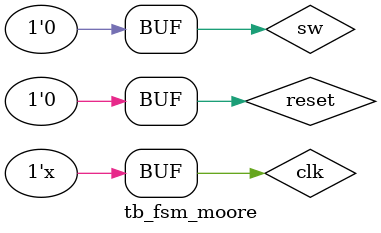
<source format=v>
`timescale 1ns / 1ps


module tb_fsm_moore();

    reg clk, reset, sw;
    wire led;


    fsm_moore U_FSM_MOORE(
        .clk(clk),
        .reset(reset),
        .sw(sw),
        .led(led)
    );

    initial clk = 1'b0;
    always #5 clk = ~clk;

    initial begin
        //init
        #0;
        reset = 1'b1;
        sw = 0;

        #40;
        reset = 1'b0;

        #100;
        sw = 1;

        #100;
        sw = 0;
    end
endmodule


</source>
